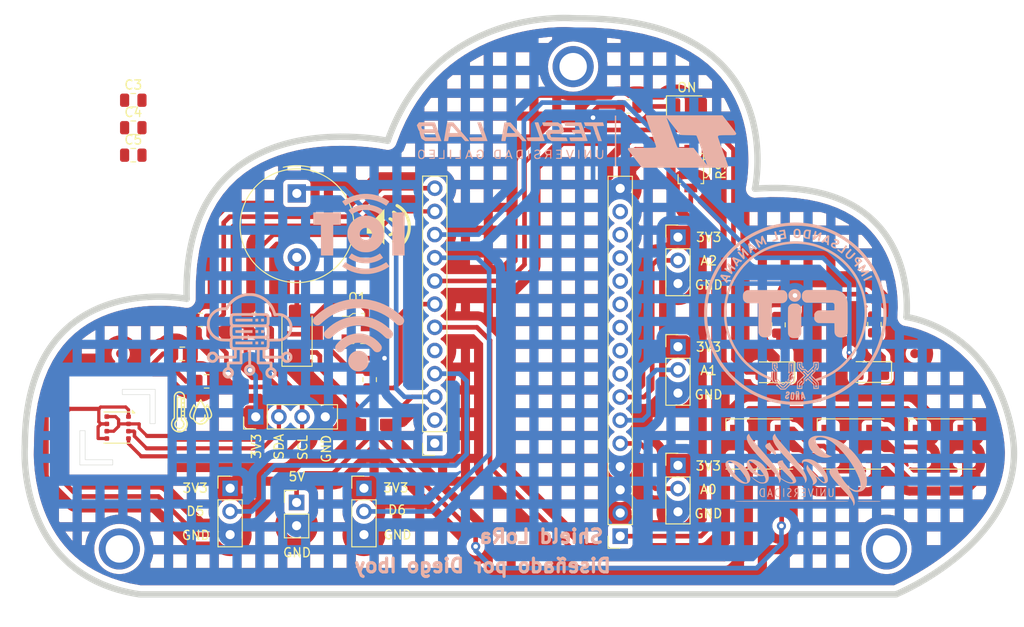
<source format=kicad_pcb>
(kicad_pcb (version 20240108) (generator "pcbnew") (generator_version "8.0")
  (layers (0 "F.Cu" signal) (31 "B.Cu" signal) (34 "B.Paste" user) (35 "F.Paste" user) (36 "B.SilkS" user "B.Silkscreen") (37 "F.SilkS" user "F.Silkscreen") (38 "B.Mask" user) (39 "F.Mask" user) (44 "Edge.Cuts" user))
  (net 0 "")
  (net 1 "/3.3V")
  (net 2 "/RST")
  (net 3 "/D11")
  (net 4 "Net-(D1-DOUT)")
  (net 5 "/5V")
  (net 6 "/D13")
  (net 7 "Net-(D2-K)")
  (net 8 "Net-(D3-DOUT)")
  (net 10 "/D9")
  (net 11 "Net-(D5-K)")
  (net 20 "/SCL")
  (net 23 "/SDA")
  (net 25 "/D10")
  (net 26 "/A1")
  (net 27 "/A0")
  (net 28 "/A2")
  (net 29 "/D6")
  (net 30 "/D5")
  (net 31 "Net-(BZ1--)")
  (net 32 "GND")
  (net 33 "Net-(D7-K)")
  (net 34 "Net-(Q1-B)")
  (footprint "Resistor_SMD:R_0805_2012Metric" (layer "F.Cu") (at 97.625 87.85 90)
    (property "Reference" "R5" (hide yes))
    (property "Value" "1K")
    (pad "1" smd roundrect (at -0.9125 0 90) (size 1.025 1.4) (layers "F.Cu" "F.Paste" "F.Mask") (roundrect_rratio 0.243902) (net 25 "/D10"))
    (pad "2" smd roundrect (at 0.9125 0 90) (size 1.025 1.4) (layers "F.Cu" "F.Paste" "F.Mask") (roundrect_rratio 0.243902) (net 34 "Net-(Q1-B)"))
  )
  (footprint "Capacitor_SMD:C_0805_2012Metric" (layer "F.Cu") (at 79.78 88.04 180)
    (property "Reference" "C1" (hide yes))
    (property "Value" "100nF" (hide yes))
    (pad "1" smd roundrect (at -0.95 0 180) (size 1 1.45) (layers "F.Cu" "F.Paste" "F.Mask") (net 1 "/3.3V"))
    (pad "2" smd roundrect (at 0.95 0 180) (size 1 1.45) (layers "F.Cu" "F.Paste" "F.Mask") (net 32 "GND"))
  )
  (footprint "Silkscreen:bme2" (layer "F.Cu") (at 78.13 91.4)
    (property "Reference" "G***" (hide yes))
    (property "Value" "LOGO" (hide yes))
  )
  (footprint "Resistor_SMD:R_0805_2012Metric" (layer "F.Cu") (at 84.96 81.31)
    (property "Reference" "R2" (hide yes))
    (property "Value" "10K")
    (pad "1" smd roundrect (at -0.9125 0) (size 1.025 1.4) (layers "F.Cu" "F.Paste" "F.Mask") (roundrect_rratio 0.243902) (net 1 "/3.3V"))
    (pad "2" smd roundrect (at 0.9125 0) (size 1.025 1.4) (layers "F.Cu" "F.Paste" "F.Mask") (roundrect_rratio 0.243902) (net 20 "/SCL"))
  )
  (footprint "MountingHole:MountingHole_3mm_Pad" (layer "F.Cu") (at 70.225 106.4)
    (property "Reference" "REF**" (hide yes))
    (property "Value" "MountingHole_3mm_Pad")
    (pad "1" thru_hole circle (at 0 0) (size 4.5 4.5) (drill 3) (layers "*.Cu" "*.Mask"))
  )
  (footprint "Connector_PinHeader_2.54mm:PinHeader_1x03_P2.54mm_Vertical" (layer "F.Cu") (at 97 99.75)
    (property "Reference" "J23" (hide yes))
    (property "Value" "D6")
    (pad "1" thru_hole rect (at 0 0) (size 1.7 1.7) (drill 1) (layers "*.Cu" "*.Mask") (net 1 "/3.3V"))
    (pad "2" thru_hole oval (at 0 2.54) (size 1.7 1.7) (drill 1) (layers "*.Cu" "*.Mask") (net 29 "/D6"))
    (pad "3" thru_hole oval (at 0 5.08) (size 1.7 1.7) (drill 1) (layers "*.Cu" "*.Mask") (net 32 "GND"))
  )
  (footprint "" (layer "F.Cu") (at 70.37 83.08)
    (property "Reference" "" (at 0 0 0) (layer "F.SilkS") (effects (font (size 1.27 1.27))))
    (property "Value" "")
    (pad "" smd circle (at 86.93 1.92) (size 1 1) (layers "F.Cu" "F.Mask") (clearance 0.5))
  )
  (footprint "Button_Switch_SMD:SW_SPST_B3U-3100P-B" (layer "F.Cu") (at 131.955 64.725 -90)
    (property "Reference" "SW1" (hide yes))
    (property "Value" "SW_Push")
    (pad "1" smd rect (at -2.13 -0.82 270) (size 0.95 1.4) (layers "F.Cu" "F.Paste" "F.Mask") (net 32 "GND"))
    (pad "2" smd rect (at 2.13 -0.82 270) (size 0.95 1.4) (layers "F.Cu" "F.Paste" "F.Mask") (net 2 "/RST"))
  )
  (footprint "Connector_PinHeader_2.54mm:PinHeader_1x03_P2.54mm_Vertical" (layer "F.Cu") (at 131.375 97.245)
    (property "Reference" "J25" (hide yes))
    (property "Value" "A0")
    (pad "1" thru_hole rect (at 0 0) (size 1.7 1.7) (drill 1) (layers "*.Cu" "*.Mask") (net 1 "/3.3V"))
    (pad "2" thru_hole oval (at 0 2.54) (size 1.7 1.7) (drill 1) (layers "*.Cu" "*.Mask") (net 27 "/A0"))
    (pad "3" thru_hole oval (at 0 5.08) (size 1.7 1.7) (drill 1) (layers "*.Cu" "*.Mask") (net 32 "GND"))
  )
  (footprint "Silkscreen:logo_tesla2" (layer "F.Cu") (at 120.25 61.75)
    (property "Reference" "G***" (hide yes))
    (property "Value" "LOGO" (hide yes))
  )
  (footprint "Diode_SMD:D_SMA" (layer "F.Cu") (at 89.675 82.875 90)
    (property "Reference" "D6" (hide yes))
    (property "Value" "US1G")
    (pad "1" smd roundrect (at -2 0 90) (size 2.5 1.8) (layers "F.Cu" "F.Paste" "F.Mask") (roundrect_rratio 0.1388888889) (net 5 "/5V"))
    (pad "2" smd roundrect (at 2 0 90) (size 2.5 1.8) (layers "F.Cu" "F.Paste" "F.Mask") (roundrect_rratio 0.1388888889) (net 31 "Net-(BZ1--)"))
  )
  (footprint "LED_SMD:LED_1206_3216Metric" (layer "F.Cu") (at 152.465 87.015 180)
    (property "Reference" "D2" (hide yes))
    (property "Value" "LED")
    (pad "1" smd roundrect (at -1.4 0 180) (size 1.25 1.75) (layers "F.Cu" "F.Paste" "F.Mask") (roundrect_rratio 0.2) (net 7 "Net-(D2-K)"))
    (pad "2" smd roundrect (at 1.4 0 180) (size 1.25 1.75) (layers "F.Cu" "F.Paste" "F.Mask") (roundrect_rratio 0.2) (net 30 "/D5"))
  )
  (footprint "Package_LGA:Bosch_LGA-8_3x3mm_P0.8mm_ClockwisePinNumbering" (layer "F.Cu") (at 70.0375 93.1 -90)
    (property "Reference" "U1" (hide yes))
    (property "Value" "BME680")
    (pad "1" smd roundrect (at -1.2 -1.1875 270) (size 0.5 0.525) (layers "F.Cu" "F.Paste" "F.Mask") (net 32 "GND"))
    (pad "2" smd roundrect (at -0.4 -1.1875 270) (size 0.5 0.525) (layers "F.Cu" "F.Paste" "F.Mask") (net 1 "/3.3V"))
    (pad "3" smd roundrect (at 0.4 -1.1875 270) (size 0.5 0.525) (layers "F.Cu" "F.Paste" "F.Mask") (net 23 "/SDA"))
    (pad "4" smd roundrect (at 1.2 -1.1875 270) (size 0.5 0.525) (layers "F.Cu" "F.Paste" "F.Mask") (net 20 "/SCL"))
    (pad "5" smd roundrect (at 1.2 1.1875 270) (size 0.5 0.525) (layers "F.Cu" "F.Paste" "F.Mask") (net 32 "GND"))
    (pad "6" smd roundrect (at 0.4 1.1875 270) (size 0.5 0.525) (layers "F.Cu" "F.Paste" "F.Mask") (net 1 "/3.3V"))
    (pad "7" smd roundrect (at -0.4 1.1875 270) (size 0.5 0.525) (layers "F.Cu" "F.Paste" "F.Mask") (net 32 "GND"))
    (pad "8" smd roundrect (at -1.2 1.1875 270) (size 0.5 0.525) (layers "F.Cu" "F.Paste" "F.Mask") (net 1 "/3.3V"))
  )
  (footprint "Silkscreen:server" (layer "F.Cu") (at 84.4875 83.05)
    (property "Reference" "G***" (hide yes))
    (property "Value" "LOGO" (hide yes))
  )
  (footprint "Connector_PinHeader_2.54mm:PinHeader_1x03_P2.54mm_Vertical" (layer "F.Cu") (at 131.375 72.245)
    (property "Reference" "J8" (hide yes))
    (property "Value" "A2")
    (pad "1" thru_hole rect (at 0 0) (size 1.7 1.7) (drill 1) (layers "*.Cu" "*.Mask") (net 1 "/3.3V"))
    (pad "2" thru_hole oval (at 0 2.54) (size 1.7 1.7) (drill 1) (layers "*.Cu" "*.Mask") (net 28 "/A2"))
    (pad "3" thru_hole oval (at 0 5.08) (size 1.7 1.7) (drill 1) (layers "*.Cu" "*.Mask") (net 32 "GND"))
  )
  (footprint "Connector_PinSocket_2.54mm:PinSocket_1x12_P2.54mm_Vertical" (layer "F.Cu") (at 104.75 94.82 180)
    (property "Reference" "J2" (hide yes))
    (property "Value" "Conn_01x12_Pin")
    (pad "1" thru_hole rect (at 0 0 180) (size 1.7 1.7) (drill 1) (layers "*.Cu" "*.Mask"))
    (pad "2" thru_hole oval (at 0 2.54 180) (size 1.7 1.7) (drill 1) (layers "*.Cu" "*.Mask"))
    (pad "3" thru_hole oval (at 0 5.08 180) (size 1.7 1.7) (drill 1) (layers "*.Cu" "*.Mask") (net 5 "/5V"))
    (pad "4" thru_hole oval (at 0 7.62 180) (size 1.7 1.7) (drill 1) (layers "*.Cu" "*.Mask") (net 6 "/D13"))
    (pad "5" thru_hole oval (at 0 10.16 180) (size 1.7 1.7) (drill 1) (layers "*.Cu" "*.Mask"))
    (pad "6" thru_hole oval (at 0 12.7 180) (size 1.7 1.7) (drill 1) (layers "*.Cu" "*.Mask") (net 3 "/D11"))
    (pad "7" thru_hole oval (at 0 15.24 180) (size 1.7 1.7) (drill 1) (layers "*.Cu" "*.Mask") (net 25 "/D10"))
    (pad "8" thru_hole oval (at 0 17.78 180) (size 1.7 1.7) (drill 1) (layers "*.Cu" "*.Mask") (net 10 "/D9"))
    (pad "9" thru_hole oval (at 0 20.32 180) (size 1.7 1.7) (drill 1) (layers "*.Cu" "*.Mask") (net 29 "/D6"))
    (pad "10" thru_hole oval (at 0 22.86 180) (size 1.7 1.7) (drill 1) (layers "*.Cu" "*.Mask") (net 30 "/D5"))
    (pad "11" thru_hole oval (at 0 25.4 180) (size 1.7 1.7) (drill 1) (layers "*.Cu" "*.Mask") (net 20 "/SCL"))
    (pad "12" thru_hole oval (at 0 27.94 180) (size 1.7 1.7) (drill 1) (layers "*.Cu" "*.Mask") (net 23 "/SDA"))
  )
  (footprint "LED_SMD:LED_WS2812B_PLCC4_5.0x5.0mm_P3.2mm" (layer "F.Cu") (at 140.275 94.9 180)
    (property "Reference" "D1" (hide yes))
    (property "Value" "WS2812B")
    (pad "1" smd rect (at -2.45 -1.65 180) (size 1.5 0.9) (layers "F.Cu" "F.Paste" "F.Mask") (net 5 "/5V"))
    (pad "2" smd rect (at -2.45 1.65 180) (size 1.5 0.9) (layers "F.Cu" "F.Paste" "F.Mask") (net 4 "Net-(D1-DOUT)"))
    (pad "3" smd rect (at 2.45 1.65 180) (size 1.5 0.9) (layers "F.Cu" "F.Paste" "F.Mask") (net 32 "GND"))
    (pad "4" smd rect (at 2.45 -1.65 180) (size 1.5 0.9) (layers "F.Cu" "F.Paste" "F.Mask") (net 3 "/D11"))
  )
  (footprint "Resistor_SMD:R_0805_2012Metric" (layer "F.Cu") (at 152.875 81.8 90)
    (property "Reference" "R3" (hide yes))
    (property "Value" "100")
    (pad "1" smd roundrect (at -0.9125 0 90) (size 1.025 1.4) (layers "F.Cu" "F.Paste" "F.Mask") (roundrect_rratio 0.243902) (net 7 "Net-(D2-K)"))
    (pad "2" smd roundrect (at 0.9125 0 90) (size 1.025 1.4) (layers "F.Cu" "F.Paste" "F.Mask") (roundrect_rratio 0.243902) (net 32 "GND"))
  )
  (footprint "digikey-footprints:SOT-23-3" (layer "F.Cu") (at 96.25 82.25)
    (property "Reference" "Q1" (at 0.025 -3.375 0) (layer "F.SilkS"))
    (property "Value" "MMBT2222ALT1G")
    (pad "1" smd rect (at -1.05 -0.95) (size 1.3 0.6) (layers "F.Cu" "F.Paste" "F.Mask") (net 34 "Net-(Q1-B)"))
    (pad "2" smd rect (at -1.05 0.95) (size 1.3 0.6) (layers "F.Cu" "F.Paste" "F.Mask") (net 32 "GND"))
    (pad "3" smd rect (at 1.05 0) (size 1.3 0.6) (layers "F.Cu" "F.Paste" "F.Mask") (net 31 "Net-(BZ1--)"))
  )
  (footprint "Silkscreen:sonido" (layer "F.Cu") (at 99.72 71.11)
    (property "Reference" "G***" (hide yes))
    (property "Value" "LOGO" (hide yes))
  )
  (footprint "Buzzer_Beeper:Buzzer_TDK_PS1240P02BT_D12.2mm_H6.5mm" (layer "F.Cu") (at 89.67 68.49 -90)
    (property "Reference" "BZ1" (hide yes))
    (property "Value" "Buzzer")
    (pad "1" thru_hole rect (at -1.04 0.02 270) (size 2 2) (drill 1) (layers "*.Cu" "*.Mask") (net 5 "/5V"))
    (pad "2" thru_hole circle (at 5.96 0.02 270) (size 2 2) (drill 1) (layers "*.Cu" "*.Mask") (net 31 "Net-(BZ1--)"))
  )
  (footprint "Resistor_SMD:R_0805_2012Metric" (layer "F.Cu") (at 142.375 81.85 90)
    (property "Reference" "R4" (hide yes))
    (property "Value" "100")
    (pad "1" smd roundrect (at -0.9125 0 90) (size 1.025 1.4) (layers "F.Cu" "F.Paste" "F.Mask") (roundrect_rratio 0.243902) (net 11 "Net-(D5-K)"))
    (pad "2" smd roundrect (at 0.9125 0 90) (size 1.025 1.4) (layers "F.Cu" "F.Paste" "F.Mask") (roundrect_rratio 0.243902) (net 32 "GND"))
  )
  (footprint "Capacitor_SMD:C_0805_2012Metric" (layer "F.Cu") (at 71.75 57.24)
    (property "Reference" "C3" (at 0 -1.68 0) (layer "F.SilkS"))
    (property "Value" "100nF")
    (pad "1" smd roundrect (at -0.95 0) (size 1 1.45) (layers "F.Cu" "F.Paste" "F.Mask") (net 5 "/5V"))
    (pad "2" smd roundrect (at 0.95 0) (size 1 1.45) (layers "F.Cu" "F.Paste" "F.Mask") (net 32 "GND"))
  )
  (footprint "LED_SMD:LED_1206_3216Metric" (layer "F.Cu") (at 141.875 87.045 180)
    (property "Reference" "D5" (hide yes))
    (property "Value" "LED")
    (pad "1" smd roundrect (at -1.4 0 180) (size 1.25 1.75) (layers "F.Cu" "F.Paste" "F.Mask") (roundrect_rratio 0.2) (net 11 "Net-(D5-K)"))
    (pad "2" smd roundrect (at 1.4 0 180) (size 1.25 1.75) (layers "F.Cu" "F.Paste" "F.Mask") (roundrect_rratio 0.2) (net 10 "/D9"))
  )
  (footprint "Silkscreen:logo_fit4" (layer "F.Cu") (at 144.25 80.825)
    (property "Reference" "G***" (hide yes))
    (property "Value" "LOGO" (hide yes))
  )
  (footprint "Silkscreen:iot4" (layer "F.Cu") (at 96.45 71.89)
    (property "Reference" "G***" (hide yes))
    (property "Value" "LOGO" (hide yes))
  )
  (footprint "Connector_PinHeader_2.54mm:PinHeader_1x03_P2.54mm_Vertical" (layer "F.Cu") (at 131.375 84.245)
    (property "Reference" "J7" (hide yes))
    (property "Value" "A1")
    (pad "1" thru_hole rect (at 0 0) (size 1.7 1.7) (drill 1) (layers "*.Cu" "*.Mask") (net 1 "/3.3V"))
    (pad "2" thru_hole oval (at 0 2.54) (size 1.7 1.7) (drill 1) (layers "*.Cu" "*.Mask") (net 26 "/A1"))
    (pad "3" thru_hole oval (at 0 5.08) (size 1.7 1.7) (drill 1) (layers "*.Cu" "*.Mask") (net 32 "GND"))
  )
  (footprint "Connector_PinHeader_2.54mm:PinHeader_1x03_P2.54mm_Vertical" (layer "F.Cu") (at 82.35 99.75)
    (property "Reference" "J24" (hide yes))
    (property "Value" "D5")
    (pad "1" thru_hole rect (at 0 0) (size 1.7 1.7) (drill 1) (layers "*.Cu" "*.Mask") (net 1 "/3.3V"))
    (pad "2" thru_hole oval (at 0 2.54) (size 1.7 1.7) (drill 1) (layers "*.Cu" "*.Mask") (net 6 "/D13"))
    (pad "3" thru_hole oval (at 0 5.08) (size 1.7 1.7) (drill 1) (layers "*.Cu" "*.Mask") (net 32 "GND"))
  )
  (footprint "Resistor_SMD:R_0805_2012Metric" (layer "F.Cu") (at 125.975 57.925 180)
    (property "Reference" "R6" (hide yes))
    (property "Value" "100")
    (pad "1" smd roundrect (at -0.9125 0 180) (size 1.025 1.4) (layers "F.Cu" "F.Paste" "F.Mask") (roundrect_rratio 0.243902) (net 33 "Net-(D7-K)"))
    (pad "2" smd roundrect (at 0.9125 0 180) (size 1.025 1.4) (layers "F.Cu" "F.Paste" "F.Mask") (roundrect_rratio 0.243902) (net 32 "GND"))
  )
  (footprint "Capacitor_SMD:C_0805_2012Metric" (layer "F.Cu") (at 71.75 63.26)
    (property "Reference" "C5" (at 0 -1.68 0) (layer "F.SilkS"))
    (property "Value" "100nF")
    (pad "1" smd roundrect (at -0.95 0) (size 1 1.45) (layers "F.Cu" "F.Paste" "F.Mask") (net 5 "/5V"))
    (pad "2" smd roundrect (at 0.95 0) (size 1 1.45) (layers "F.Cu" "F.Paste" "F.Mask") (net 32 "GND"))
  )
  (footprint "" (layer "F.Cu") (at 70.37 83.08)
    (property "Reference" "" (at 0 0 0) (layer "F.SilkS") (effects (font (size 1.27 1.27))))
    (property "Value" "")
    (pad "" smd circle (at 0 1.92) (size 1 1) (layers "F.Cu" "F.Mask") (clearance 0.5))
  )
  (footprint "Capacitor_SMD:C_0805_2012Metric" (layer "F.Cu") (at 71.75 60.25)
    (property "Reference" "C4" (at 0 -1.68 0) (layer "F.SilkS"))
    (property "Value" "100nF")
    (pad "1" smd roundrect (at -0.95 0) (size 1 1.45) (layers "F.Cu" "F.Paste" "F.Mask") (net 5 "/5V"))
    (pad "2" smd roundrect (at 0.95 0) (size 1 1.45) (layers "F.Cu" "F.Paste" "F.Mask") (net 32 "GND"))
  )
  (footprint "Resistor_SMD:R_0805_2012Metric" (layer "F.Cu") (at 79.0925 81.31)
    (property "Reference" "R1" (hide yes))
    (property "Value" "10K")
    (pad "1" smd roundrect (at -0.9125 0) (size 1.025 1.4) (layers "F.Cu" "F.Paste" "F.Mask") (roundrect_rratio 0.243902) (net 1 "/3.3V"))
    (pad "2" smd roundrect (at 0.9125 0) (size 1.025 1.4) (layers "F.Cu" "F.Paste" "F.Mask") (roundrect_rratio 0.243902) (net 23 "/SDA"))
  )
  (footprint "Silkscreen:wifi" (layer "F.Cu") (at 96.4 82.98)
    (property "Reference" "G***" (hide yes))
    (property "Value" "LOGO" (hide yes))
  )
  (footprint "LED_SMD:LED_1206_3216Metric" (layer "F.Cu") (at 132.4 57.9)
    (property "Reference" "D7" (hide yes))
    (property "Value" "ON")
    (pad "1" smd roundrect (at -1.4 0) (size 1.25 1.75) (layers "F.Cu" "F.Paste" "F.Mask") (roundrect_rratio 0.2) (net 33 "Net-(D7-K)"))
    (pad "2" smd roundrect (at 1.4 0) (size 1.25 1.75) (layers "F.Cu" "F.Paste" "F.Mask") (roundrect_rratio 0.2) (net 1 "/3.3V"))
  )
  (footprint "Connector_PinHeader_2.54mm:PinHeader_1x04_P2.54mm_Vertical" (layer "F.Cu") (at 85.15 91.925 90)
    (property "Reference" "J3" (hide yes))
    (property "Value" "~")
    (pad "1" thru_hole rect (at 0 0 90) (size 1.7 1.7) (drill 1) (layers "*.Cu" "*.Mask") (net 1 "/3.3V"))
    (pad "2" thru_hole oval (at 0 2.54 90) (size 1.7 1.7) (drill 1) (layers "*.Cu" "*.Mask") (net 23 "/SDA"))
    (pad "3" thru_hole oval (at 0 5.08 90) (size 1.7 1.7) (drill 1) (layers "*.Cu" "*.Mask") (net 20 "/SCL"))
    (pad "4" thru_hole oval (at 0 7.62 90) (size 1.7 1.7) (drill 1) (layers "*.Cu" "*.Mask") (net 32 "GND"))
  )
  (footprint "LED_SMD:LED_WS2812B_PLCC4_5.0x5.0mm_P3.2mm" (layer "F.Cu") (at 160.275 94.9 180)
    (property "Reference" "D4" (hide yes))
    (property "Value" "WS2812B")
    (pad "1" smd rect (at -2.45 -1.65 180) (size 1.5 0.9) (layers "F.Cu" "F.Paste" "F.Mask") (net 5 "/5V"))
    (pad "2" smd rect (at -2.45 1.65 180) (size 1.5 0.9) (layers "F.Cu" "F.Paste" "F.Mask"))
    (pad "3" smd rect (at 2.45 1.65 180) (size 1.5 0.9) (layers "F.Cu" "F.Paste" "F.Mask") (net 32 "GND"))
    (pad "4" smd rect (at 2.45 -1.65 180) (size 1.5 0.9) (layers "F.Cu" "F.Paste" "F.Mask") (net 8 "Net-(D3-DOUT)"))
  )
  (footprint "Silkscreen:logogal" (layer "F.Cu") (at 140.893759 96.535129)
    (property "Reference" "G***" (hide yes))
    (property "Value" "LOGO" (hide yes))
  )
  (footprint "LED_SMD:LED_WS2812B_PLCC4_5.0x5.0mm_P3.2mm" (layer "F.Cu") (at 150.275 94.9 180)
    (property "Reference" "D3" (hide yes))
    (property "Value" "WS2812B")
    (pad "1" smd rect (at -2.45 -1.65 180) (size 1.5 0.9) (layers "F.Cu" "F.Paste" "F.Mask") (net 5 "/5V"))
    (pad "2" smd rect (at -2.45 1.65 180) (size 1.5 0.9) (layers "F.Cu" "F.Paste" "F.Mask") (net 8 "Net-(D3-DOUT)"))
    (pad "3" smd rect (at 2.45 1.65 180) (size 1.5 0.9) (layers "F.Cu" "F.Paste" "F.Mask") (net 32 "GND"))
    (pad "4" smd rect (at 2.45 -1.65 180) (size 1.5 0.9) (layers "F.Cu" "F.Paste" "F.Mask") (net 4 "Net-(D1-DOUT)"))
  )
  (footprint "MountingHole:MountingHole_3mm_Pad" (layer "F.Cu") (at 119.9 53.56)
    (property "Reference" "REF**" (hide yes))
    (property "Value" "MountingHole_3mm_Pad")
    (pad "1" thru_hole circle (at 0 0) (size 4.5 4.5) (drill 3) (layers "*.Cu" "*.Mask"))
  )
  (footprint "Connector_PinSocket_2.54mm:PinSocket_1x16_P2.54mm_Vertical" (layer "F.Cu") (at 125.05 105 180)
    (property "Reference" "J1" (hide yes))
    (property "Value" "Conn_01x16_Pin" (hide yes))
    (pad "1" thru_hole rect (at 0 0 180) (size 1.7 1.7) (drill 1) (layers "*.Cu" "*.Mask") (net 2 "/RST"))
    (pad "2" thru_hole oval (at 0 2.54 180) (size 1.7 1.7) (drill 1) (layers "*.Cu" "*.Mask") (net 1 "/3.3V"))
    (pad "3" thru_hole oval (at 0 5.08 180) (size 1.7 1.7) (drill 1) (layers "*.Cu" "*.Mask") (net 32 "GND"))
    (pad "4" thru_hole oval (at 0 7.62 180) (size 1.7 1.7) (drill 1) (layers "*.Cu" "*.Mask") (net 32 "GND"))
    (pad "5" thru_hole oval (at 0 10.16 180) (size 1.7 1.7) (drill 1) (layers "*.Cu" "*.Mask") (net 27 "/A0"))
    (pad "6" thru_hole oval (at 0 12.7 180) (size 1.7 1.7) (drill 1) (layers "*.Cu" "*.Mask") (net 26 "/A1"))
    (pad "7" thru_hole oval (at 0 15.24 180) (size 1.7 1.7) (drill 1) (layers "*.Cu" "*.Mask") (net 28 "/A2"))
    (pad "8" thru_hole oval (at 0 17.78 180) (size 1.7 1.7) (drill 1) (layers "*.Cu" "*.Mask"))
    (pad "9" thru_hole oval (at 0 20.32 180) (size 1.7 1.7) (drill 1) (layers "*.Cu" "*.Mask"))
    (pad "10" thru_hole oval (at 0 22.86 180) (size 1.7 1.7) (drill 1) (layers "*.Cu" "*.Mask"))
    (pad "11" thru_hole oval (at 0 25.4 180) (size 1.7 1.7) (drill 1) (layers "*.Cu" "*.Mask"))
    (pad "12" thru_hole oval (at 0 27.94 180) (size 1.7 1.7) (drill 1) (layers "*.Cu" "*.Mask"))
    (pad "13" thru_hole oval (at 0 30.48 180) (size 1.7 1.7) (drill 1) (layers "*.Cu" "*.Mask"))
    (pad "14" thru_hole oval (at 0 33.02 180) (size 1.7 1.7) (drill 1) (layers "*.Cu" "*.Mask"))
    (pad "15" thru_hole oval (at 0 35.56 180) (size 1.7 1.7) (drill 1) (layers "*.Cu" "*.Mask"))
    (pad "16" thru_hole oval (at 0 38.1 180) (size 1.7 1.7) (drill 1) (layers "*.Cu" "*.Mask") (net 32 "GND"))
  )
  (footprint "Connector_PinHeader_2.54mm:PinHeader_1x02_P2.54mm_Vertical" (layer "F.Cu") (at 89.625 101.31)
    (property "Reference" "J4" (hide yes))
    (property "Value" "5V")
    (pad "1" thru_hole rect (at 0 0) (size 1.7 1.7) (drill 1) (layers "*.Cu" "*.Mask") (net 5 "/5V"))
    (pad "2" thru_hole oval (at 0 2.54) (size 1.7 1.7) (drill 1) (layers "*.Cu" "*.Mask") (net 32 "GND"))
  )
  (footprint "MountingHole:MountingHole_3mm_Pad" (layer "F.Cu") (at 154.2 106.4)
    (property "Reference" "REF**" (hide yes))
    (property "Value" "MountingHole_3mm_Pad")
    (pad "1" thru_hole circle (at 0 0) (size 4.5 4.5) (drill 3) (layers "*.Cu" "*.Mask"))
  )
  (footprint "Capacitor_SMD:C_0805_2012Metric" (layer "F.Cu") (at 77.12 85.02 180)
    (property "Reference" "C2" (hide yes))
    (property "Value" "100nF" (hide yes))
    (pad "1" smd roundrect (at -0.95 0 180) (size 1 1.45) (layers "F.Cu" "F.Paste" "F.Mask") (net 1 "/3.3V"))
    (pad "2" smd roundrect (at 0.95 0 180) (size 1 1.45) (layers "F.Cu" "F.Paste" "F.Mask") (net 32 "GND"))
  )
  (gr_curve (pts (xy 59.878148 95.169463) (xy 59.878148 95.169463) (xy 58.799289 109.349318) (xy 72.455489 111.375)) (stroke (width 0.7)) (layer "Edge.Cuts"))
  (gr_poly (pts (xy 70.55 88.91) (xy 70.55 89.49) (xy 73.57 89.49) (xy 73.57 92.67) (xy 74.15 92.67) (xy 74.15 88.91)) (stroke (width 0.05)) (fill none) (layer "Edge.Cuts"))
  (gr_line (start 72.455489 111.375) (end 155.24451 111.375) (stroke (width 0.7)) (layer "Edge.Cuts"))
  (gr_curve (pts (xy 77.594302 78.993699) (xy 77.594302 78.993699) (xy 59.878148 75.508314) (xy 59.878148 95.169463)) (stroke (width 0.7)) (layer "Edge.Cuts"))
  (gr_curve (pts (xy 120.085842 48.267827) (xy 120.085842 48.267827) (xy 104.821568 46.791156) (xy 99.597563 61.685956)) (stroke (width 0.7)) (layer "Edge.Cuts"))
  (gr_curve (pts (xy 167.963812 93.739552) (xy 165.919633 82.18119) (xy 156.380156 80.989609) (xy 156.380156 80.989609)) (stroke (width 0.7)) (layer "Edge.Cuts"))
  (gr_curve (pts (xy 156.380156 80.989609) (xy 156.380156 80.989609) (xy 158.197183 65.618165) (xy 139.799648 66.928921)) (stroke (width 0.7)) (layer "Edge.Cuts"))
  (gr_curve (pts (xy 99.597563 61.685956) (xy 99.597563 61.685956) (xy 76.998075 56.830242) (xy 77.594302 78.993699)) (stroke (width 0.7)) (layer "Edge.Cuts"))
  (gr_curve (pts (xy 155.24451 111.375) (xy 155.24451 111.375) (xy 170.007991 105.297914) (xy 167.963812 93.739552)) (stroke (width 0.7)) (layer "Edge.Cuts"))
  (gr_curve (pts (xy 139.799648 66.928921) (xy 139.799648 66.928921) (xy 143.974868 48.029514) (xy 120.085842 48.267827)) (stroke (width 0.7)) (layer "Edge.Cuts"))
  (gr_poly (pts (xy 69.5 97.2) (xy 69.5 96.62) (xy 66.48 96.62) (xy 66.48 93.44) (xy 65.9 93.44) (xy 65.9 97.2)) (stroke (width 0.05)) (fill none) (layer "Edge.Cuts"))
  (gr_text "Shield LoRa" (at 116.41 105.02 0) (layer "B.SilkS") (effects (font (size 1.5 1.5) (thickness 0.35) (bold yes)) (justify mirror)))
  (gr_text "Diseñado por Diego Iboy" (at 109.98 108.23 0) (layer "B.SilkS") (effects (font (size 1.5 1.5) (thickness 0.35) (bold yes)) (justify mirror)))
  (gr_text "RST\n" (at 136.075 64.575 90) (layer "F.SilkS") (effects (font (size 1 1))))
  (gr_text "3V3\n" (at 100.5 99.7 0) (layer "F.SilkS") (effects (font (size 1 1))))
  (gr_text "A1\n" (at 134.725 86.85 0) (layer "F.SilkS") (effects (font (size 1 1))))
  (gr_text "ON\n" (at 132.35 55.85 0) (layer "F.SilkS") (effects (font (size 1 1))))
  (gr_text "3V3\n" (at 134.725 84.275 0) (layer "F.SilkS") (effects (font (size 1 1))))
  (gr_text "3V3\n" (at 85.225 95.15 90) (layer "F.SilkS") (effects (font (size 1 1))))
  (gr_text "A2\n" (at 134.745 74.825 0) (layer "F.SilkS") (effects (font (size 1 1))))
  (gr_text "GND" (at 134.725 89.5 0) (layer "F.SilkS") (effects (font (size 1 1))))
  (gr_text "SDA\n" (at 87.7 95.2 90) (layer "F.SilkS") (effects (font (size 1 1))))
  (gr_text "GND" (at 134.7 102.525 0) (layer "F.SilkS") (effects (font (size 1 1))))
  (gr_text "D5\n\n" (at 78.55 103.075 0) (layer "F.SilkS") (effects (font (size 1 1))))
  (gr_text "D6\n" (at 100.625 102.125 0) (layer "F.SilkS") (effects (font (size 1 1))))
  (gr_text "A0\n" (at 134.7 99.875 0) (layer "F.SilkS") (effects (font (size 1 1))))
  (gr_text "3V3\n" (at 134.7 97.3 0) (layer "F.SilkS") (effects (font (size 1 1))))
  (gr_text "GND" (at 100.675 104.85 0) (layer "F.SilkS") (effects (font (size 1 1))))
  (gr_text "3V3\n" (at 78.525 99.725 0) (layer "F.SilkS") (effects (font (size 1 1))))
  (gr_text "GND" (at 78.6 104.9 0) (layer "F.SilkS") (effects (font (size 1 1))))
  (gr_text "5V\n" (at 89.65 98.475 0) (layer "F.SilkS") (effects (font (size 1 1))))
  (gr_text "3V3\n" (at 134.745 72.25 0) (layer "F.SilkS") (effects (font (size 1 1))))
  (gr_text "GND" (at 89.675 106.8 0) (layer "F.SilkS") (effects (font (size 1 1))))
  (gr_text "GND" (at 134.745 77.475 0) (layer "F.SilkS") (effects (font (size 1 1))))
  (gr_text "GND" (at 92.875 95.425 90) (layer "F.SilkS") (effects (font (size 1 1))))
  (gr_text "SCL\n" (at 90.3 95.3 90) (layer "F.SilkS") (effects (font (size 1 1))))
  (segment (start 84.0475 86.3275) (end 84.0475 81.31) (width 0.4572) (layer "F.Cu") (net 1))
  (segment (start 68.85 93.5) (end 69.61 93.5) (width 0.3556) (layer "F.Cu") (net 1))
  (segment (start 84.52 94.02) (end 85.15 93.39) (width 0.4572) (layer "F.Cu") (net 1))
  (segment (start 70.14 92.7) (end 71.225 92.7) (width 0.3556) (layer "F.Cu") (net 1))
  (segment (start 68.85 91.9) (end 69.81 91.9) (width 0.3556) (layer "F.Cu") (net 1))
  (segment (start 73.254339 94.02) (end 84.52 94.02) (width 0.4572) (layer "F.Cu") (net 1))
  (segment (start 72.3922 93.157861) (end 73.254339 94.02) (width 0.3556) (layer "F.Cu") (net 1))
  (segment (start 84.53 86.81) (end 84.0475 86.3275) (width 0.4572) (layer "F.Cu") (net 1))
  (segment (start 69.81 91.9) (end 70.14 92.23) (width 0.3556) (layer "F.Cu") (net 1))
  (segment (start 69.61 93.5) (end 70.14 92.97) (width 0.3556) (layer "F.Cu") (net 1))
  (segment (start 85.15 93.39) (end 85.15 91.925) (width 0.4572) (layer "F.Cu") (net 1))
  (segment (start 70.14 92.23) (end 70.14 92.7) (width 0.3556) (layer "F.Cu") (net 1))
  (segment (start 71.225 92.7) (end 72.3922 92.7) (width 0.3556) (layer "F.Cu") (net 1))
  (segment (start 70.14 92.97) (end 70.14 92.7) (width 0.3556) (layer "F.Cu") (net 1))
  (segment (start 72.3922 92.7) (end 72.3922 93.157861) (width 0.3556) (layer "F.Cu") (net 1))
  (via (at 84.53 86.81) (size 1) (drill 0.5) (layers "F.Cu" "B.Cu") (net 1))
  (segment (start 84.53 86.81) (end 85.146857 87.426857) (width 0.508) (layer "B.Cu") (net 1))
  (segment (start 85.146857 87.426857) (end 85.146857 88.746857) (width 0.508) (layer "B.Cu") (net 1))
  (segment (start 85.15 88.75) (end 85.15 91.925) (width 0.508) (layer "B.Cu") (net 1))
  (segment (start 85.146857 88.746857) (end 85.15 88.75) (width 0.508) (layer "B.Cu") (net 1))
  (segment (start 135.275 71.25) (end 132.775 68.75) (width 0.508) (layer "F.Cu") (net 2))
  (segment (start 125.05 105) (end 133.875 105) (width 0.508) (layer "F.Cu") (net 2))
  (segment (start 135.275 103.6) (end 135.275 71.25) (width 0.508) (layer "F.Cu") (net 2))
  (segment (start 132.775 68.75) (end 132.775 66.925) (width 0.508) (layer "F.Cu") (net 2))
  (segment (start 133.875 105) (end 135.275 103.6) (width 0.508) (layer "F.Cu") (net 2))
  (segment (start 110.8 97.425) (end 110.8 83.55) (width 0.508) (layer "F.Cu") (net 3))
  (segment (start 137.825 106.125) (end 136.45 107.5) (width 0.508) (layer "F.Cu") (net 3))
  (segment (start 110.8 83.55) (end 109.37 82.12) (width 0.508) (layer "F.Cu") (net 3))
  (segment (start 136.45 107.5) (end 120.875 107.5) (width 0.508) (layer "F.Cu") (net 3))
  (segment (start 137.825 96.55) (end 137.825 106.125) (width 0.508) (layer "F.Cu") (net 3))
  (segment (start 120.875 107.5) (end 110.8 97.425) (width 0.508) (layer "F.Cu") (net 3))
  (segment (start 109.37 82.12) (end 104.75 82.12) (width 0.508) (layer "F.Cu") (net 3))
  (segment (start 147.825 96.55) (end 147.825 95.6) (width 0.508) (layer "F.Cu") (net 4))
  (segment (start 147.825 95.6) (end 147.35 95.125) (width 0.508) (layer "F.Cu") (net 4))
  (segment (start 143.995 93.25) (end 142.725 93.25) (width 0.508) (layer "F.Cu") (net 4))
  (segment (start 145.87 95.125) (end 143.995 93.25) (width 0.508) (layer "F.Cu") (net 4))
  (segment (start 147.35 95.125) (end 145.87 95.125) (width 0.508) (layer "F.Cu") (net 4))
  (segment (start 102.26 89.74) (end 104.75 89.74) (width 0.508) (layer "F.Cu") (net 5))
  (segment (start 89.675 84.875) (end 91.8 84.875) (width 0.508) (layer "F.Cu") (net 5))
  (segment (start 142.725 103.85) (end 142.725 96.55) (width 0.508) (layer "F.Cu") (net 5))
  (segment (start 98.55 94.2) (end 98 93.65) (width 0.508) (layer "F.Cu") (net 5))
  (segment (start 154.545 96.55) (end 156.795 98.8) (width 0.508) (layer "F.Cu") (net 5))
  (segment (start 156.795 98.8) (end 162.275 98.8) (width 0.508) (layer "F.Cu") (net 5))
  (segment (start 100.625 91.375) (end 102.26 89.74) (width 0.508) (layer "F.Cu") (net 5))
  (segment (start 144.485 96.55) (end 146.815 98.88) (width 0.508) (layer "F.Cu") (net 5))
  (segment (start 162.275 98.8) (end 162.725 98.35) (width 0.508) (layer "F.Cu") (net 5))
  (segment (start 152.725 96.55) (end 154.545 96.55) (width 0.508) (layer "F.Cu") (net 5))
  (segment (start 93.625 98.125) (end 98 93.75) (width 0.508) (layer "F.Cu") (net 5))
  (segment (start 142.725 96.55) (end 144.485 96.55) (width 0.508) (layer "F.Cu") (net 5))
  (segment (start 96.925 91.375) (end 98.55 91.375) (width 0.508) (layer "F.Cu") (net 5))
  (segment (start 98 93.75) (end 98 93.65) (width 0.508) (layer "F.Cu") (net 5))
  (segment (start 91.8 84.875) (end 92.175 85.25) (width 0.508) (layer "F.Cu") (net 5))
  (segment (start 152.125 98.88) (end 152.725 98.28) (width 0.508) (layer "F.Cu") (net 5))
  (segment (start 92.175 85.25) (end 92.175 86.625) (width 0.508) (layer "F.Cu") (net 5))
  (segment (start 89.625 101.31) (end 89.625 99.05) (width 0.508) (layer "F.Cu") (net 5))
  (segment (start 92.175 86.625) (end 96.925 91.375) (width 0.508) (layer "F.Cu") (net 5))
  (segment (start 162.725 98.35) (end 162.725 96.55) (width 0.508) (layer "F.Cu") (net 5))
  (segment (start 152.725 98.28) (end 152.725 96.55) (width 0.508) (layer "F.Cu") (net 5))
  (segment (start 98.55 91.375) (end 100.625 91.375) (width 0.508) (layer "F.Cu") (net 5))
  (segment (start 90.55 98.125) (end 93.625 98.125) (width 0.508) (layer "F.Cu") (net 5))
  (segment (start 146.815 98.88) (end 152.125 98.88) (width 0.508) (layer "F.Cu") (net 5))
  (segment (start 142.7 103.875) (end 142.725 103.85) (width 0.508) (layer "F.Cu") (net 5))
  (segment (start 98 93.65) (end 98 91.375) (width 0.508) (layer "F.Cu") (net 5))
  (segment (start 89.625 99.05) (end 90.55 98.125) (width 0.508) (layer "F.Cu") (net 5))
  (segment (start 109.225 104.875) (end 98.1125 93.7625) (width 0.508) (layer "F.Cu") (net 5))
  (segment (start 109.225 106.125) (end 109.225 104.875) (width 0.508) (layer "F.Cu") (net 5))
  (via (at 109.225 106.125) (size 1) (drill 0.5) (layers "F.Cu" "B.Cu") (net 5))
  (via (at 142.7 103.875) (size 1) (drill 0.5) (layers "F.Cu" "B.Cu") (net 5))
  (segment (start 109.225 106.6) (end 111.125 108.5) (width 0.508) (layer "B.Cu") (net 5))
  (segment (start 100.525 88.825) (end 100.525 72.625) (width 0.508) (layer "B.Cu") (net 5))
  (segment (start 109.225 106.125) (end 109.225 106.6) (width 0.508) (layer "B.Cu") (net 5))
  (segment (start 100.525 72.625) (end 94.8 66.9) (width 0.508) (layer "B.Cu") (net 5))
  (segment (start 101.44 89.74) (end 100.525 88.825) (width 0.508) (layer "B.Cu") (net 5))
  (segment (start 139.975 108.5) (end 142.7 105.775) (width 0.508) (layer "B.Cu") (net 5))
  (segment (start 142.7 105.775) (end 142.7 103.875) (width 0.508) (layer "B.Cu") (net 5))
  (segment (start 104.75 89.74) (end 101.44 89.74) (width 0.508) (layer "B.Cu") (net 5))
  (segment (start 111.125 108.5) (end 139.975 108.5) (width 0.508) (layer "B.Cu") (net 5))
  (segment (start 94.8 66.9) (end 89.65 66.9) (width 0.508) (layer "B.Cu") (net 5))
  (segment (start 108.25 88) (end 107.45 87.2) (width 0.508) (layer "B.Cu") (net 6))
  (segment (start 86 98.5) (end 87.25 97.25) (width 0.508) (layer "B.Cu") (net 6))
  (segment (start 87.25 97.25) (end 107 97.25) (width 0.508) (layer "B.Cu") (net 6))
  (segment (start 86 101) (end 86 98.5) (width 0.508) (layer "B.Cu") (net 6))
  (segment (start 107 97.25) (end 108.25 96) (width 0.508) (layer "B.Cu") (net 6))
  (segment (start 82.35 102.29) (end 84.71 102.29) (width 0.508) (layer "B.Cu") (net 6))
  (segment (start 84.71 102.29) (end 86 101) (width 0.508) (layer "B.Cu") (net 6))
  (segment (start 107.45 87.2) (end 104.75 87.2) (width 0.508) (layer "B.Cu") (net 6))
  (segment (start 108.25 96) (end 108.25 88) (width 0.508) (layer "B.Cu") (net 6))
  (segment (start 153.865 85.365) (end 153.865 87.015) (width 0.508) (layer "F.Cu") (net 7))
  (segment (start 152.875 82.7125) (end 152.875 84.375) (width 0.508) (layer "F.Cu") (net 7))
  (segment (start 153.775 86.925) (end 153.865 87.015) (width 0.4572) (layer "F.Cu") (net 7))
  (segment (start 152.875 84.375) (end 153.865 85.365) (width 0.508) (layer "F.Cu") (net 7))
  (segment (start 154.205 93.25) (end 152.725 93.25) (width 0.508) (layer "F.Cu") (net 8))
  (segment (start 156.18 95.225) (end 154.205 93.25) (width 0.508) (layer "F.Cu") (net 8))
  (segment (start 157.46 95.225) (end 156.18 95.225) (width 0.508) (layer "F.Cu") (net 8))
  (segment (start 157.825 96.55) (end 157.825 95.59) (width 0.508) (layer "F.Cu") (net 8))
  (segment (start 157.825 95.59) (end 157.46 95.225) (width 0.508) (layer "F.Cu") (net 8))
  (segment (start 140.475 87.045) (end 138.895 87.045) (width 0.508) (layer "F.Cu") (net 10))
  (segment (start 137.45 62.625) (end 135.325 60.5) (width 0.508) (layer "F.Cu") (net 10))
  (segment (start 118.125 60.5) (end 114.575 64.05) (width 0.508) (layer "F.Cu") (net 10))
  (segment (start 114.575 64.05) (end 114.575 75.25) (width 0.508) (layer "F.Cu") (net 10))
  (segment (start 138.895 87.045) (end 137.45 85.6) (width 0.508) (layer "F.Cu") (net 10))
  (segment (start 114.575 75.25) (end 112.785 77.04) (width 0.508) (layer "F.Cu") (net 10))
  (segment (start 112.785 77.04) (end 104.75 77.04) (width 0.508) (layer "F.Cu") (net 10))
  (segment (start 137.45 85.6) (end 137.45 62.625) (width 0.508) (layer "F.Cu") (net 10))
  (segment (start 135.325 60.5) (end 118.125 60.5) (width 0.508) (layer "F.Cu") (net 10))
  (segment (start 142.375 82.7625) (end 142.375 84) (width 0.508) (layer "F.Cu") (net 11))
  (segment (start 143.275 84.9) (end 143.275 87.045) (width 0.508) (layer "F.Cu") (net 11))
  (segment (start 142.375 84) (end 143.275 84.9) (width 0.508) (layer "F.Cu") (net 11))
  (segment (start 143.265 87.035) (end 143.275 87.045) (width 0.4572) (layer "F.Cu") (net 11))
  (segment (start 86.9 82.3375) (end 86.9 86.55) (width 0.508) (layer "F.Cu") (net 20))
  (segment (start 87.05 72) (end 85.8725 73.1775) (width 0.4572) (layer "F.Cu") (net 20))
  (segment (start 85.8725 81.31) (end 85.8725 73.1775) (width 0.508) (layer "F.Cu") (net 20))
  (segment (start 72.625 96.25) (end 71.225 94.85) (width 0.381) (layer "F.Cu") (net 20))
  (segment (start 100.63 69.42) (end 98.05 72) (width 0.4572) (layer "F.Cu") (net 20))
  (segment (start 71.225 94.85) (end 71.225 94.3) (width 0.381) (layer "F.Cu") (net 20))
  (segment (start 85.8725 81.31) (end 86.9 82.3375) (width 0.508) (layer "F.Cu") (net 20))
  (segment (start 90.23 94.145) (end 88.125 96.25) (width 0.4572) (layer "F.Cu") (net 20))
  (segment (start 90.23 91.925) (end 90.23 89.88) (width 0.508) (layer "F.Cu") (net 20))
  (segment (start 98.05 72) (end 87.05 72) (width 0.4572) (layer "F.Cu") (net 20))
  (segment (start 88.125 96.25) (end 72.625 96.25) (width 0.4572) (layer "F.Cu") (net 20))
  (segment (start 104.75 69.42) (end 100.63 69.42) (width 0.4572) (layer "F.Cu") (net 20))
  (segment (start 90.23 91.925) (end 90.23 94.145) (width 0.4572) (layer "F.Cu") (net 20))
  (segment (start 90.23 89.88) (end 86.9 86.55) (width 0.508) (layer "F.Cu") (net 20))
  (segment (start 71.82 93.5) (end 71.881 93.561) (width 0.381) (layer "F.Cu") (net 23))
  (segment (start 87.69 93.585) (end 87.69 91.925) (width 0.4572) (layer "F.Cu") (net 23))
  (segment (start 84.34 88.65) (end 81.94 86.25) (width 0.508) (layer "F.Cu") (net 23))
  (segment (start 85.895 95.38) (end 87.69 93.585) (width 0.4572) (layer "F.Cu") (net 23))
  (segment (start 95.775 70) (end 82.3 70) (width 0.508) (layer "F.Cu") (net 23))
  (segment (start 71.881 94.051) (end 73.21 95.38) (width 0.381) (layer "F.Cu") (net 23))
  (segment (start 73.21 95.38) (end 85.895 95.38) (width 0.4572) (layer "F.Cu") (net 23))
  (segment (start 104.75 66.88) (end 98.895 66.88) (width 0.508) (layer "F.Cu") (net 23))
  (segment (start 82.3 70) (end 81.65 70.65) (width 0.508) (layer "F.Cu") (net 23))
  (segment (start 81.03 81.31) (end 80.005 81.31) (width 0.508) (layer "F.Cu") (net 23))
  (segment (start 81.65 80.69) (end 81.03 81.31) (width 0.508) (layer "F.Cu") (net 23))
  (segment (start 87.69 90.27) (end 86.07 88.65) (width 0.508) (layer "F.Cu") (net 23))
  (segment (start 81.94 86.25) (end 81.94 84.93) (width 0.508) (layer "F.Cu") (net 23))
  (segment (start 80.005 82.995) (end 80.005 81.31) (width 0.508) (layer "F.Cu") (net 23))
  (segment (start 86.07 88.65) (end 84.34 88.65) (width 0.508) (layer "F.Cu") (net 23))
  (segment (start 87.69 91.925) (end 87.69 90.27) (width 0.508) (layer "F.Cu") (net 23))
  (segment (start 80.0175 81.2975) (end 80.005 81.31) (width 0.4572) (layer "F.Cu") (net 23))
  (segment (start 71.225 93.5) (end 71.82 93.5) (width 0.381) (layer "F.Cu") (net 23))
  (segment (start 81.94 84.93) (end 80.005 82.995) (width 0.508) (layer "F.Cu") (net 23))
  (segment (start 81.65 70.65) (end 81.65 80.69) (width 0.508) (layer "F.Cu") (net 23))
  (segment (start 98.895 66.88) (end 95.775 70) (width 0.508) (layer "F.Cu") (net 23))
  (segment (start 71.881 93.561) (end 71.881 94.051) (width 0.381) (layer "F.Cu") (net 23))
  (segment (start 102.145 79.58) (end 104.75 79.58) (width 0.508) (layer "F.Cu") (net 25))
  (segment (start 101 80.725) (end 102.145 79.58) (width 0.508) (layer "F.Cu") (net 25))
  (segment (start 101 88.05) (end 101 80.725) (width 0.508) (layer "F.Cu") (net 25))
  (segment (start 100.2875 88.7625) (end 101 88.05) (width 0.508) (layer "F.Cu") (net 25))
  (segment (start 97.625 88.7625) (end 100.2875 88.7625) (width 0.508) (layer "F.Cu") (net 25))
  (segment (start 125.05 92.3) (end 125.06 92.29) (width 0.508) (layer "F.Cu") (net 26))
  (segment (start 125.05 92.3) (end 127.525 92.3) (width 0.508) (layer "B.Cu") (net 26))
  (segment (start 127.525 92.3) (end 128.15 91.675) (width 0.508) (layer "B.Cu") (net 26))
  (segment (start 128.15 91.675) (end 128.15 87.65) (width 0.508) (layer "B.Cu") (net 26))
  (segment (start 128.15 87.65) (end 129.015 86.785) (width 0.508) (layer "B.Cu") (net 26))
  (segment (start 129.015 86.785) (end 131.375 86.785) (width 0.508) (layer "B.Cu") (net 26))
  (segment (start 127.24 94.84) (end 125.05 94.84) (width 0.508) (layer "F.Cu") (net 27))
  (segment (start 128.325 99.225) (end 128.325 95.925) (width 0.508) (layer "F.Cu") (net 27))
  (segment (start 128.885 99.785) (end 128.325 99.225) (width 0.508) (layer "F.Cu") (net 27))
  (segment (start 128.325 95.925) (end 127.24 94.84) (width 0.508) (layer "F.Cu") (net 27))
  (segment (start 131.375 99.785) (end 128.885 99.785) (width 0.508) (layer "F.Cu") (net 27))
  (segment (start 128.55 88.856082) (end 128.55 75.3) (width 0.508) (layer "F.Cu") (net 28))
  (segment (start 125.05 89.76) (end 127.646082 89.76) (width 0.508) (layer "F.Cu") (net 28))
  (segment (start 129.065 74.785) (end 131.375 74.785) (width 0.508) (layer "F.Cu") (net 28))
  (segment (start 127.646082 89.76) (end 128.55 88.856082) (width 0.508) (layer "F.Cu") (net 28))
  (segment (start 128.55 75.3) (end 129.065 74.785) (width 0.508) (layer "F.Cu") (net 28))
  (segment (start 109.375 74.5) (end 110.7 75.825) (width 0.508) (layer "B.Cu") (net 29))
  (segment (start 110.7 75.825) (end 110.7 96.025) (width 0.508) (layer "B.Cu") (net 29))
  (segment (start 110.7 96.025) (end 104.435 102.29) (width 0.508) (layer "B.Cu") (net 29))
  (segment (start 104.435 102.29) (end 97 102.29) (width 0.508) (layer "B.Cu") (net 29))
  (segment (start 104.75 74.5) (end 109.375 74.5) (width 0.508) (layer "B.Cu") (net 29))
  (segment (start 150.125 86.075) (end 151.065 87.015) (width 0.508) (layer "F.Cu") (net 30))
  (segment (start 150.125 84.875) (end 150.125 86.075) (width 0.508) (layer "F.Cu") (net 30))
  (via (at 150.125 84.875) (size 0.6) (drill 0.3) (layers "F.Cu" "B.Cu") (net 30))
  (segment (start 114.5 67) (end 109.54 71.96) (width 0.508) (layer "B.Cu") (net 30))
  (segment (start 125.5 57.5) (end 116.5 57.5) (width 0.508) (layer "B.Cu") (net 30))
  (segment (start 129.75 61.75) (end 125.5 57.5) (width 0.508) (layer "B.Cu") (net 30))
  (segment (start 150.125 77.375) (end 147.25 74.5) (width 0.508) (layer "B.Cu") (net 30))
  (segment (start 140 74.5) (end 129.75 64.25) (width 0.508) (layer "B.Cu") (net 30))
  (segment (start 116.5 57.5) (end 114.5 59.5) (width 0.508) (layer "B.Cu") (net 30))
  (segment (start 114.5 59.5) (end 114.5 67) (width 0.508) (layer "B.Cu") (net 30))
  (segment (start 109.54 71.96) (end 104.75 71.96) (width 0.508) (layer "B.Cu") (net 30))
  (segment (start 150.125 84.875) (end 150.125 77.375) (width 0.508) (layer "B.Cu") (net 30))
  (segment (start 147.25 74.5) (end 140 74.5) (width 0.508) (layer "B.Cu") (net 30))
  (segment (start 129.75 64.25) (end 129.75 61.75) (width 0.508) (layer "B.Cu") (net 30))
  (segment (start 89.65 74.45) (end 89.65 80.85) (width 0.508) (layer "F.Cu") (net 31))
  (segment (start 89.675 80.875) (end 91.625 80.875) (width 0.508) (layer "F.Cu") (net 31))
  (segment (start 97.3 80.3) (end 97.3 82.25) (width 0.508) (layer "F.Cu") (net 31))
  (segment (start 89.65 80.85) (end 89.675 80.875) (width 0.508) (layer "F.Cu") (net 31))
  (segment (start 93 79.5) (end 96.5 79.5) (width 0.508) (layer "F.Cu") (net 31))
  (segment (start 96.5 79.5) (end 97.3 80.3) (width 0.508) (layer "F.Cu") (net 31))
  (segment (start 90.15 81.35) (end 89.675 80.875) (width 0.508) (layer "F.Cu") (net 31))
  (segment (start 91.625 80.875) (end 93 79.5) (width 0.508) (layer "F.Cu") (net 31))
  (segment (start 122.075 58.5) (end 122.075 59.15) (width 0.508) (layer "F.Cu") (net 32))
  (segment (start 147.85 78.51) (end 147.87 78.49) (width 0.508) (layer "F.Cu") (net 32))
  (segment (start 122.65 57.925) (end 122.075 58.5) (width 0.508) (layer "F.Cu") (net 32))
  (segment (start 63.25 92.575) (end 64.775 91.05) (width 0.4572) (layer "F.Cu") (net 32))
  (segment (start 125.05 66.9) (end 125.05 64.3) (width 0.508) (layer "F.Cu") (net 32))
  (segment (start 64.52 86.75) (end 63.25 88.02) (width 0.508) (layer "F.Cu") (net 32))
  (segment (start 157.825 92.33) (end 157.825 93.25) (width 0.508) (layer "F.Cu") (net 32))
  (segment (start 147.85 91.5) (end 147.85 93.225) (width 0.508) (layer "F.Cu") (net 32))
  (segment (start 71.225 91.15) (end 70.925 90.85) (width 0.3556) (layer "F.Cu") (net 32))
  (segment (start 147.85 91) (end 139.15 91) (width 0.508) (layer "F.Cu") (net 32))
  (segment (start 137.825 92.325) (end 137.825 93.25) (width 0.508) (layer "F.Cu") (net 32))
  (segment (start 63.25 98.2) (end 63.25 92.575) (width 0.508) (layer "F.Cu") (net 32))
  (segment (start 147.85 91) (end 156.495 91) (width 0.508) (layer "F.Cu") (net 32))
  (segment (start 67.975 92.475) (end 68.2 92.7) (width 0.3556) (layer "F.Cu") (net 32))
  (segment (start 78.68 104.83) (end 74.5 100.65) (width 0.508) (layer "F.Cu") (net 32))
  (segment (start 64.775 91.05) (end 67.975 91.05) (width 0.4572) (layer "F.Cu") (net 32))
  (segment (start 78.83 88.04) (end 77.54 88.04) (width 0.508) (layer "F.Cu") (net 32))
  (segment (start 95.2 84.2) (end 95.2 83.2) (width 0.508) (layer "F.Cu") (net 32))
  (segment (start 67.9 94.275) (end 67.9 93.025) (width 0.3556) (layer "F.Cu") (net 32))
  (segment (start 77.54 88.04) (end 76.17 86.67) (width 0.508) (layer "F.Cu") (net 32))
  (segment (start 139.15 91) (end 137.825 92.325) (width 0.508) (layer "F.Cu") (net 32))
  (segment (start 68.175 90.85) (end 67.975 91.05) (width 0.3556) (layer "F.Cu") (net 32))
  (segment (start 76.17 86.67) (end 76.17 85.02) (width 0.508) (layer "F.Cu") (net 32))
  (segment (start 96.5 85.5) (end 95.2 84.2) (width 0.508) (layer "F.Cu") (net 32))
  (segment (start 73.28 86.75) (end 64.52 86.75) (width 0.508) (layer "F.Cu") (net 32))
  (segment (start 74.5 100.65) (end 65.7 100.65) (width 0.508) (layer "F.Cu") (net 32))
  (segment (start 67.925 94.3) (end 67.9 94.275) (width 0.3556) (layer "F.Cu") (net 32))
  (segment (start 147.87 78.49) (end 144.315 78.49) (width 0.508) (layer "F.Cu") (net 32))
  (segment (start 65.7 100.65) (end 63.25 98.2) (width 0.508) (layer "F.Cu") (net 32))
  (segment (start 99.25 85.5) (end 96.5 85.5) (width 0.508) (layer "F.Cu") (net 32))
  (segment (start 152.875 79.475) (end 151.89 78.49) (width 0.508) (layer "F.Cu") (net 32))
  (segment (start 82.35 104.83) (end 78.68 104.83) (width 0.508) (layer "F.Cu") (net 32))
  (segment (start 67.975 91.05) (end 67.975 92.475) (width 0.3556) (layer "F.Cu") (net 32))
  (segment (start 144.18 80.32) (end 143.5625 80.9375) (width 0.508) (layer "F.Cu") (net 32))
  (segment (start 75.01 85.02) (end 73.28 86.75) (width 0.508) (layer "F.Cu") (net 32))
  (segment (start 144.18 78.63) (end 144.18 80.32) (width 0.508) (layer "F.Cu") (net 32))
  (segment (start 67.9 93.025) (end 68.225 92.7) (width 0.3556) (layer "F.Cu") (net 32))
  (segment (start 152.875 80.8875) (end 152.875 79.475) (width 0.508) (layer "F.Cu") (net 32))
  (segment (start 76.17 85.02) (end 75.01 85.02) (width 0.508) (layer "F.Cu") (net 32))
  (segment (start 68.85 94.3) (end 67.925 94.3) (width 0.3556) (layer "F.Cu") (net 32))
  (segment (start 125.05 64.3) (end 126.725 62.625) (width 0.508) (layer "F.Cu") (net 32))
  (segment (start 71.225 91.9) (end 71.225 91.15) (width 0.3556) (layer "F.Cu") (net 32))
  (segment (start 63.25 88.02) (end 63.25 92.575) (width 0.508) (layer "F.Cu") (net 32))
  (segment (start 70.925 90.85) (end 68.175 90.85) (width 0.3556) (layer "F.Cu") (net 32))
  (segment (start 126.725 62.625) (end 132.775 62.625) (width 0.508) (layer "F.Cu") (net 32))
  (segment (start 68.2 92.7) (end 68.85 92.7) (width 0.3556) (layer "F.Cu") (net 32))
  (segment (start 156.495 91) (end 157.825 92.33) (width 0.508) (layer "F.Cu") (net 32))
  (segment (start 143.5625 80.9375) (end 142.375 80.9375) (width 0.508) (layer "F.Cu") (net 32))
  (segment (start 147.85 93.225) (end 147.825 93.25) (width 0.508) (layer "F.Cu") (net 32))
  (segment (start 151.89 78.49) (end 147.87 78.49) (width 0.508) (layer "F.Cu") (net 32))
  (segment (start 125.0625 57.925) (end 122.65 57.925) (width 0.508) (layer "F.Cu") (net 32))
  (segment (start 68.225 92.7) (end 68.85 92.7) (width 0.3556) (layer "F.Cu") (net 32))
  (segment (start 147.85 91.5) (end 147.85 78.51) (width 0.508) (layer "F.Cu") (net 32))
  (via (at 144.18 78.63) (size 1) (drill 0.5) (layers "F.Cu" "B.Cu") (net 32))
  (via (at 99.25 85.5) (size 1) (drill 0.5) (layers "F.Cu" "B.Cu") (net 32))
  (via (at 122.075 59.15) (size 1) (drill 0.5) (layers "F.Cu" "B.Cu") (net 32))
  (segment (start 142.875 77.325) (end 131.375 77.325) (width 0.508) (layer "B.Cu") (net 32))
  (segment (start 122.075 66) (end 122.975 66.9) (width 0.508) (layer "B.Cu") (net 32))
  (segment (start 98.75 88.725) (end 95.55 91.925) (width 0.508) (layer "B.Cu") (net 32))
  (segment (start 144.18 78.63) (end 142.875 77.325) (width 0.508) (layer "B.Cu") (net 32))
  (segment (start 95.55 91.925) (end 92.77 91.925) (width 0.508) (layer "B.Cu") (net 32))
  (segment (start 99.25 85.5) (end 98.75 86) (width 0.508) (layer "B.Cu") (net 32))
  (segment (start 98.75 86) (end 98.75 88.725) (width 0.508) (layer "B.Cu") (net 32))
  (segment (start 122.075 59.15) (end 122.075 66) (width 0.508) (layer "B.Cu") (net 32))
  (segment (start 122.975 66.9) (end 125.05 66.9) (width 0.508) (layer "B.Cu") (net 32))
  (segment (start 126.8875 57.925) (end 130.975 57.925) (width 0.508) (layer "F.Cu") (net 33))
  (segment (start 130.975 57.925) (end 131 57.9) (width 0.508) (layer "F.Cu") (net 33))
  (segment (start 93.25 81.5) (end 93.4525 81.2975) (width 0.508) (layer "F.Cu") (net 34))
  (segment (start 97.625 86.9375) (end 95.6875 86.9375) (width 0.508) (layer "F.Cu") (net 34))
  (segment (start 95.6875 86.9375) (end 93.25 84.5) (width 0.508) (layer "F.Cu") (net 34))
  (segment (start 93.455 81.3) (end 95.2 81.3) (width 0.508) (layer "F.Cu") (net 34))
  (segment (start 93.25 84.5) (end 93.25 81.5) (width 0.508) (layer "F.Cu") (net 34))
  (segment (start 93.4525 81.2975) (end 93.455 81.3) (width 0.508) (layer "F.Cu") (net 34))
  (zone (net 1) (net_name "/3.3V") (layer "F.Cu") (priority 1) (connect_pads yes (clearance 0.5)) (min_thickness 0.25) (fill yes (mode hatch) (thermal_gap 0.5) (thermal_bridge_width 0.5) (hatch_thickness 1) (hatch_gap 1.5) (hatch_orientation 0) (hatch_border_algorithm hatch_thickness) (hatch_min_hole_area 0.3))
    (polygon (pts (xy 57.159707 46.890675) (xy 168.969707 46.260675) (xy 168.719707 112.670675) (xy 57.279707 113.820675)))
  )
  (zone (net 0) (net_name "") (layers "F&B.Cu") (connect_pads (clearance 0)) (min_thickness 0.25)
    (keepout (tracks not_allowed) (vias not_allowed) (pads not_allowed) (copperpour not_allowed) (footprints allowed))
    (fill (thermal_gap 0.5) (thermal_bridge_width 0.5))
    (polygon (pts (xy 64.75 87.5) (xy 64.75 98.25) (xy 75.5 98.25) (xy 75.5 87.5)))
  )
  (zone (net 32) (net_name "GND") (layer "B.Cu") (connect_pads yes (clearance 0.5)) (min_thickness 0.25) (fill yes (mode hatch) (thermal_gap 0.5) (thermal_bridge_width 0.5) (hatch_thickness 1) (hatch_gap 1.5) (hatch_orientation 0) (hatch_border_algorithm hatch_thickness) (hatch_min_hole_area 0.3))
    (polygon (pts (xy 57.75 47.35) (xy 57.830159 113.801819) (xy 169.270159 114.961819) (xy 169.075 47.55)))
  )
)
</source>
